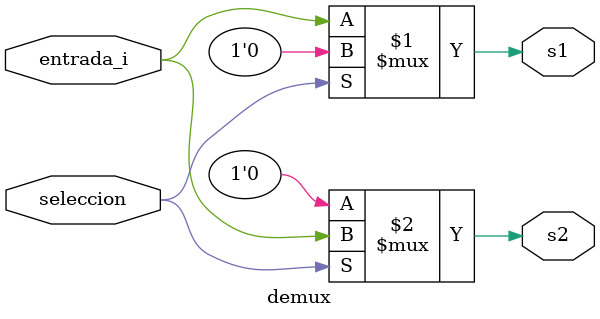
<source format=sv>
`timescale 1ns / 1ps


module demux(
//entradas o salidas del mòdulo
    input logic entrada_i,
    input logic seleccion,
    output logic s1,
    output logic s2    //1,0,X,Y valores que puede tener 
    );
    
    assign s1 = seleccion ? 1'b0: entrada_i; //si es 1 se cumple la condición
    assign s2 = seleccion ? entrada_i : 1'b0; //asgina a una variable otro valor, algo es igual a tal cosa
    //siempre que tenemos varias salidas hay que tomarlas en cuenta
    //sino crearíamos latches
endmodule

</source>
